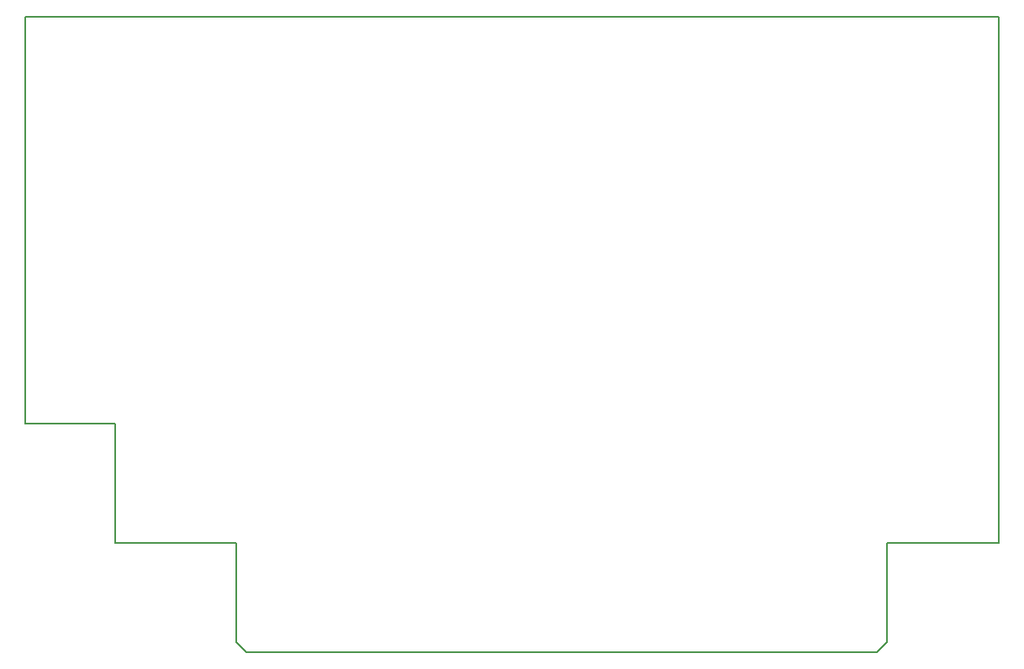
<source format=gbr>
%TF.GenerationSoftware,KiCad,Pcbnew,5.1.8-4.fc33*%
%TF.CreationDate,2021-01-04T09:43:00+01:00*%
%TF.ProjectId,obsonet_1,6f62736f-6e65-4745-9f31-2e6b69636164,rev?*%
%TF.SameCoordinates,Original*%
%TF.FileFunction,Profile,NP*%
%FSLAX46Y46*%
G04 Gerber Fmt 4.6, Leading zero omitted, Abs format (unit mm)*
G04 Created by KiCad (PCBNEW 5.1.8-4.fc33) date 2021-01-04 09:43:00*
%MOMM*%
%LPD*%
G01*
G04 APERTURE LIST*
%TA.AperFunction,Profile*%
%ADD10C,0.203200*%
%TD*%
G04 APERTURE END LIST*
D10*
%TO.C,CON1*%
X197501100Y-126003600D02*
X186251100Y-126003600D01*
X120751100Y-126003600D02*
X120751100Y-136003600D01*
X108501100Y-114003600D02*
X99501100Y-114003600D01*
X108501100Y-126003600D02*
X108501100Y-114003600D01*
X120751100Y-126003600D02*
X108501100Y-126003600D01*
X197501100Y-73003600D02*
X197501100Y-126003600D01*
X99501100Y-73003600D02*
X197501100Y-73003600D01*
X99501100Y-114003600D02*
X99501100Y-73003600D01*
X186251100Y-126003600D02*
X186251100Y-136003600D01*
X121751100Y-137003600D02*
X120751100Y-136003600D01*
X185251100Y-137003600D02*
X121751100Y-137003600D01*
X186251100Y-136003600D02*
X185251100Y-137003600D01*
%TD*%
M02*

</source>
